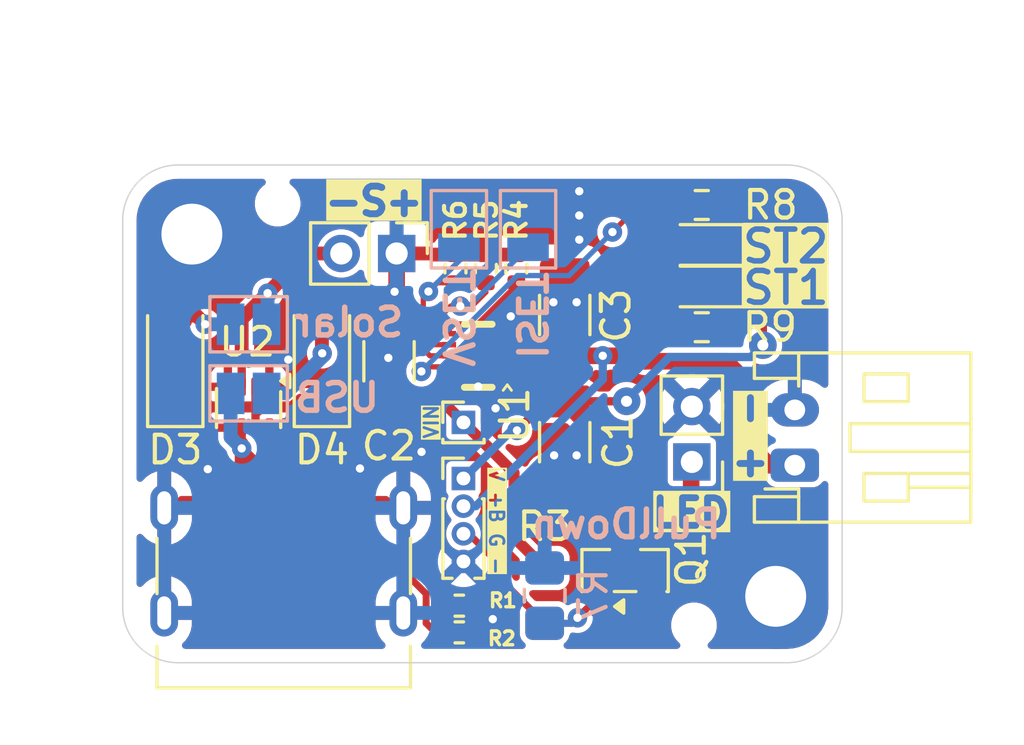
<source format=kicad_pcb>
(kicad_pcb (version 20241229) (generator "pcbnew") (generator_version "9.0")
  (layers (0 "F.Cu" signal) (2 "B.Cu" signal) (13 "F.Paste" user) (15 "B.Paste" user) (5 "F.SilkS" user "F.Silkscreen") (7 "B.SilkS" user "B.Silkscreen") (1 "F.Mask" user) (3 "B.Mask" user) (25 "Edge.Cuts" user))
  (net 0 "")
  (net 1 "GND")
  (net 2 "VBUS")
  (net 3 "+BATT")
  (net 4 "VIN")
  (net 5 "VSYS")
  (net 6 "Net-(D1-A)")
  (net 7 "/VSET")
  (net 8 "/ISET")
  (net 9 "/STAT2")
  (net 10 "Net-(D2-A)")
  (net 11 "Net-(J4-CC1)")
  (net 12 "/Solar")
  (net 13 "/STAT1")
  (net 14 "Net-(J4-CC2)")
  (net 15 "/TS{slash}MR")
  (net 16 "/Gate")
  (net 18 "/OUT+")
  (net 19 "/J_Solar")
  (net 20 "/J_VBUS")
  (footprint "Connector_PinHeader_2.00mm:PinHeader_1x02_P2.00mm_Vertical" (layer "F.Cu") (at 152.0698 73.3392 180)
    (property "Reference" "J5" (hide yes))
    (property "Value" "Conn_01x02")
    (fp_line (start 1.11 1) (end 1.11 3.11) (stroke (width 0.12)) (layer "F.SilkS"))
    (fp_line (start -1.11 3.11) (end 1.11 3.11) (stroke (width 0.12)) (layer "F.SilkS"))
    (fp_line (start -1.11 1) (end 1.11 1) (stroke (width 0.12)) (layer "F.SilkS"))
    (fp_line (start -1.11 1) (end -1.11 3.11) (stroke (width 0.12)) (layer "F.SilkS"))
    (fp_line (start -1.11 0) (end -1.11 -1.11) (stroke (width 0.12)) (layer "F.SilkS"))
    (fp_line (start -1.11 -1.11) (end 0 -1.11) (stroke (width 0.12)) (layer "F.SilkS"))
    (pad "1" thru_hole rect (at 0 0 180) (size 1.35 1.35) (drill 0.8) (layers "*.Cu" "*.Mask") (net 18 "/OUT+"))
    (pad "2" thru_hole circle (at 0 2 180) (size 1.35 1.35) (drill 0.8) (layers "*.Cu" "*.Mask") (net 1 "GND"))
  )
  (footprint "Resistor_SMD:R_0402_1005Metric" (layer "F.Cu") (at 143.6644 79.502)
    (property "Reference" "R2" (at 1.5356 0.223 0) (layer "F.SilkS") (effects (font (size 0.5 0.5))))
    (property "Value" "5K1")
    (fp_line (start -0.153641 -0.38) (end 0.153641 -0.38) (stroke (width 0.12)) (layer "F.SilkS"))
    (fp_line (start -0.153641 0.38) (end 0.153641 0.38) (stroke (width 0.12)) (layer "F.SilkS"))
    (pad "1" smd roundrect (at -0.51 0) (size 0.54 0.64) (layers "F.Cu" "F.Mask" "F.Paste") (net 11 "Net-(J4-CC1)"))
    (pad "2" smd roundrect (at 0.51 0) (size 0.54 0.64) (layers "F.Cu" "F.Mask" "F.Paste") (net 1 "GND"))
  )
  (footprint "Capacitor_SMD:C_1206_3216Metric" (layer "F.Cu") (at 147.475 68.025 90)
    (property "Reference" "C3" (at -0.025 1.85 90) (layer "F.SilkS"))
    (property "Value" "22u")
    (fp_line (start -0.711252 -0.91) (end 0.711252 -0.91) (stroke (width 0.12)) (layer "F.SilkS"))
    (fp_line (start -0.711252 0.91) (end 0.711252 0.91) (stroke (width 0.12)) (layer "F.SilkS"))
    (pad "1" smd roundrect (at -1.475 0 90) (size 1.15 1.8) (layers "F.Cu" "F.Mask" "F.Paste") (roundrect_rratio 0.217391) (net 3 "+BATT"))
    (pad "2" smd roundrect (at 1.475 0 90) (size 1.15 1.8) (layers "F.Cu" "F.Mask" "F.Paste") (roundrect_rratio 0.217391) (net 1 "GND"))
  )
  (footprint "Connector_PinHeader_1.00mm:PinHeader_1x01_P1.00mm_Vertical" (layer "F.Cu") (at 143.8148 71.91)
    (property "Reference" "J3" (hide yes))
    (property "Value" "Conn_01x01")
    (fp_line (start -0.745 -0.735) (end 0 -0.735) (stroke (width 0.12)) (layer "F.SilkS"))
    (fp_line (start -0.745 0) (end -0.745 -0.735) (stroke (width 0.12)) (layer "F.SilkS"))
    (fp_line (start -0.745 0.735) (end -0.745 0.61) (stroke (width 0.12)) (layer "F.SilkS"))
    (fp_line (start -0.745 0.735) (end -0.685565 0.735) (stroke (width 0.12)) (layer "F.SilkS"))
    (fp_line (start -0.745 0.735) (end 0.745 0.735) (stroke (width 0.12)) (layer "F.SilkS"))
    (fp_line (start 0.685565 0.735) (end 0.745 0.735) (stroke (width 0.12)) (layer "F.SilkS"))
    (fp_line (start 0.745 0.735) (end 0.745 0.61) (stroke (width 0.12)) (layer "F.SilkS"))
    (pad "1" thru_hole rect (at 0 0) (size 0.85 0.85) (drill 0.5) (layers "*.Cu" "*.Mask") (net 4 "VIN"))
  )
  (footprint "MountingHole:ToolingHole_1.152mm" (layer "F.Cu") (at 152.146 79.248)
    (property "Reference" "REF**" (hide yes))
    (property "Value" "ToolingHole_1.152mm")
    (pad "" np_thru_hole circle (at 0 0) (size 1.152 1.152) (drill 1.152) (layers "*.Cu" "*.Mask"))
    (zone (net 0) (net_name "") (layers "F.Cu" "B.Cu") (connect_pads (clearance 0)) (min_thickness 0.25)
      (keepout (tracks not_allowed) (vias allowed) (pads allowed) (copperpour not_allowed) (footprints not_allowed))
      (fill (thermal_gap 0.5) (thermal_bridge_width 0.5))
      (polygon (pts (xy 152.846 79.248) (xy 152.825659 79.080479) (xy 152.765819 78.922694) (xy 152.669958 78.783814) (xy 152.543645 78.671911) (xy 152.394223 78.593489) (xy 152.230376 78.553104) (xy 152.061624 78.553104) (xy 151.897777 78.593489) (xy 151.748355 78.671911) (xy 151.622042 78.783814) (xy 151.526181 78.922694) (xy 151.466341 79.080479) (xy 151.446 79.248) (xy 151.466341 79.415521) (xy 151.526181 79.573306) (xy 151.622042 79.712186) (xy 151.748355 79.824089) (xy 151.897777 79.902511) (xy 152.061624 79.942896) (xy 152.230376 79.942896) (xy 152.394223 79.902511) (xy 152.543645 79.824089) (xy 152.669958 79.712186) (xy 152.765819 79.573306) (xy 152.825659 79.415521)))
    )
  )
  (footprint "MountingHole:ToolingHole_1.152mm" (layer "F.Cu") (at 137.1 64)
    (property "Reference" "REF**" (hide yes))
    (property "Value" "ToolingHole_1.152mm")
    (pad "" np_thru_hole circle (at 0 0) (size 1.152 1.152) (drill 1.152) (layers "*.Cu" "*.Mask"))
    (zone (net 0) (net_name "") (layers "F.Cu" "B.Cu") (connect_pads (clearance 0)) (min_thickness 0.25)
      (keepout (tracks not_allowed) (vias allowed) (pads allowed) (copperpour not_allowed) (footprints not_allowed))
      (fill (thermal_gap 0.5) (thermal_bridge_width 0.5))
      (polygon (pts (xy 137.8 64) (xy 137.779659 63.832479) (xy 137.719819 63.674694) (xy 137.623958 63.535814) (xy 137.497645 63.423911) (xy 137.348223 63.345489) (xy 137.184376 63.305104) (xy 137.015624 63.305104) (xy 136.851777 63.345489) (xy 136.702355 63.423911) (xy 136.576042 63.535814) (xy 136.480181 63.674694) (xy 136.420341 63.832479) (xy 136.4 64) (xy 136.420341 64.167521) (xy 136.480181 64.325306) (xy 136.576042 64.464186) (xy 136.702355 64.576089) (xy 136.851777 64.654511) (xy 137.015624 64.694896) (xy 137.184376 64.694896) (xy 137.348223 64.654511) (xy 137.497645 64.576089) (xy 137.623958 64.464186) (xy 137.719819 64.325306) (xy 137.779659 64.167521)))
    )
  )
  (footprint "Resistor_SMD:R_0805_2012Metric_Pad1.20x1.40mm_HandSolder" (layer "F.Cu") (at 146.75 78.175 -90)
    (property "Reference" "R3" (at -2.5 0 0) (layer "F.SilkS"))
    (property "Value" "100k")
    (fp_line (start -0.227064 0.735) (end 0.227064 0.735) (stroke (width 0.12)) (layer "F.SilkS"))
    (fp_line (start -0.227064 -0.735) (end 0.227064 -0.735) (stroke (width 0.12)) (layer "F.SilkS"))
    (pad "1" smd roundrect (at -1 0 270) (size 1.2 1.4) (layers "F.Cu" "F.Mask" "F.Paste") (roundrect_rratio 0.208333) (net 4 "VIN"))
    (pad "2" smd roundrect (at 1 0 270) (size 1.2 1.4) (layers "F.Cu" "F.Mask" "F.Paste") (roundrect_rratio 0.208333) (net 16 "/Gate"))
  )
  (footprint "Capacitor_SMD:C_1206_3216Metric" (layer "F.Cu") (at 147.475 72.625 -90)
    (property "Reference" "C1" (at 0 -1.9278 90) (layer "F.SilkS"))
    (property "Value" "22u")
    (fp_line (start -0.711252 0.91) (end 0.711252 0.91) (stroke (width 0.12)) (layer "F.SilkS"))
    (fp_line (start -0.711252 -0.91) (end 0.711252 -0.91) (stroke (width 0.12)) (layer "F.SilkS"))
    (pad "1" smd roundrect (at -1.475 0 270) (size 1.15 1.8) (layers "F.Cu" "F.Mask" "F.Paste") (roundrect_rratio 0.217391) (net 5 "VSYS"))
    (pad "2" smd roundrect (at 1.475 0 270) (size 1.15 1.8) (layers "F.Cu" "F.Mask" "F.Paste") (roundrect_rratio 0.217391) (net 1 "GND"))
  )
  (footprint "MountingHole:MountingHole_2.2mm_M2_DIN965_Pad" (layer "F.Cu") (at 134 65.1)
    (property "Reference" "H1" (hide yes))
    (property "Value" "MountingHole_Pad")
    (pad "1" thru_hole circle (at 0 0) (size 3.8 3.8) (drill 2.2) (layers "*.Cu" "*.Mask") (net 1 "GND"))
  )
  (footprint "EasyEDA:WSON-10_L2.2-W2.0-P0.40-BL-EP_TI_DLH0010A" (layer "F.Cu") (at 144.35 69.5 90)
    (property "Reference" "U1" (at -2.1534 1.319 90) (layer "F.SilkS"))
    (property "Value" "BQ25185DLHR")
    (fp_line (start -1.14 -0.5) (end -1.14 0) (stroke (width 0.25)) (layer "F.SilkS"))
    (fp_line (start -1.14 0) (end -1.14 0.5) (stroke (width 0.25)) (layer "F.SilkS"))
    (fp_line (start 1.14 0.5) (end 1.14 -0.5) (stroke (width 0.25)) (layer "F.SilkS"))
    (fp_line (start -1.25 0.9) (end -1.05 1.05) (stroke (width 0.1)) (layer "F.SilkS"))
    (fp_line (start -1.05 1.05) (end -1.25 1.2) (stroke (width 0.1)) (layer "F.SilkS"))
    (pad "1" smd rect (at -0.8 1.05 180) (size 0.5 0.2) (layers "F.Cu" "F.Mask" "F.Paste") (net 5 "VSYS"))
    (pad "2" smd rect (at -0.4 1.05 180) (size 0.5 0.2) (layers "F.Cu" "F.Mask" "F.Paste") (net 3 "+BATT"))
    (pad "3" smd rect (at 0 1.05 180) (size 0.5 0.2) (layers "F.Cu" "F.Mask" "F.Paste") (net 9 "/STAT2"))
    (pad "4" smd rect (at 0.4 1.05 180) (size 0.5 0.2) (layers "F.Cu" "F.Mask" "F.Paste") (net 1 "GND"))
    (pad "5" smd rect (at 0.8 1.05 180) (size 0.5 0.2) (layers "F.Cu" "F.Mask" "F.Paste") (net 1 "GND"))
    (pad "6" smd rect (at 0.8 -1.05 180) (size 0.5 0.2) (layers "F.Cu" "F.Mask" "F.Paste") (net 15 "/TS{slash}MR"))
    (pad "7" smd rect (at 0.4 -1.05 180) (size 0.5 0.2) (layers "F.Cu" "F.Mask" "F.Paste") (net 7 "/VSET"))
    (pad "8" smd rect (at 0 -1.05 180) (size 0.5 0.2) (layers "F.Cu" "F.Mask" "F.Paste") (net 8 "/ISET"))
    (pad "9" smd rect (at -0.4 -1.05 180) (size 0.5 0.2) (layers "F.Cu" "F.Mask" "F.Paste") (net 13 "/STAT1"))
    (pad "10" smd rect (at -0.8 -1.05 180) (size 0.5 0.2) (layers "F.Cu" "F.Mask" "F.Paste") (net 4 "VIN"))
    (pad "11" smd rect (at 0 0 180) (size 0.9 1.5) (layers "F.Cu" "F.Mask" "F.Paste") (net 1 "GND"))
  )
  (footprint "LED_SMD:LED_0603_1608Metric" (layer "F.Cu") (at 152.447 65.4928 180)
    (property "Reference" "D2" (hide yes))
    (property "Value" "KT-0603R1")
    (fp_line (start 0.8 -0.735) (end -1.485 -0.735) (stroke (width 0.12)) (layer "F.SilkS"))
    (fp_line (start -1.485 0.735) (end 0.8 0.735) (stroke (width 0.12)) (layer "F.SilkS"))
    (fp_line (start -1.485 -0.735) (end -1.485 0.735) (stroke (width 0.12)) (layer "F.SilkS"))
    (pad "1" smd roundrect (at -0.7875 0 180) (size 0.875 0.95) (layers "F.Cu" "F.Mask" "F.Paste") (net 5 "VSYS"))
    (pad "2" smd roundrect (at 0.7875 0 180) (size 0.875 0.95) (layers "F.Cu" "F.Mask" "F.Paste") (net 10 "Net-(D2-A)"))
  )
  (footprint "Resistor_SMD:R_0402_1005Metric" (layer "F.Cu") (at 145.725 66.35 90)
    (property "Reference" "R4" (at 1.75 0 90) (layer "F.SilkS") (effects (font (size 0.75 0.75))))
    (property "Value" "10k")
    (fp_line (start -0.153641 -0.38) (end 0.153641 -0.38) (stroke (width 0.12)) (layer "F.SilkS"))
    (fp_line (start -0.153641 0.38) (end 0.153641 0.38) (stroke (width 0.12)) (layer "F.SilkS"))
    (pad "1" smd roundrect (at -0.51 0 90) (size 0.54 0.64) (layers "F.Cu" "F.Mask" "F.Paste") (net 15 "/TS{slash}MR"))
    (pad "2" smd roundrect (at 0.51 0 90) (size 0.54 0.64) (layers "F.Cu" "F.Mask" "F.Paste") (net 1 "GND"))
  )
  (footprint "Resistor_SMD:R_0402_1005Metric" (layer "F.Cu") (at 143.6644 78.5368)
    (property "Reference" "R1" (at 1.5748 -0.1868 0) (layer "F.SilkS") (effects (font (size 0.5 0.5))))
    (property "Value" "5K1")
    (fp_line (start -0.153641 -0.38) (end 0.153641 -0.38) (stroke (width 0.12)) (layer "F.SilkS"))
    (fp_line (start -0.153641 0.38) (end 0.153641 0.38) (stroke (width 0.12)) (layer "F.SilkS"))
    (pad "1" smd roundrect (at -0.51 0) (size 0.54 0.64) (layers "F.Cu" "F.Mask" "F.Paste") (net 14 "Net-(J4-CC2)"))
    (pad "2" smd roundrect (at 0.51 0) (size 0.54 0.64) (layers "F.Cu" "F.Mask" "F.Paste") (net 1 "GND"))
  )
  (footprint "Diode_SMD:D_SOD-123" (layer "F.Cu") (at 138.7 69.7 90)
    (property "Reference" "D4" (at -3.2 0 180) (layer "F.SilkS"))
    (property "Value" "B0520WS")
    (fp_line (start -2.36 -1) (end 1.65 -1) (stroke (width 0.12)) (layer "F.SilkS"))
    (fp_line (start -2.36 -1) (end -2.36 1) (stroke (width 0.12)) (layer "F.SilkS"))
    (fp_line (start -2.36 1) (end 1.65 1) (stroke (width 0.12)) (layer "F.SilkS"))
    (pad "1" smd roundrect (at -1.65 0 90) (size 0.9 1.2) (layers "F.Cu" "F.Mask" "F.Paste") (net 4 "VIN"))
    (pad "2" smd roundrect (at 1.65 0 90) (size 0.9 1.2) (layers "F.Cu" "F.Mask" "F.Paste") (net 20 "/J_VBUS"))
  )
  (footprint "Connector_PinHeader_2.00mm:PinHeader_1x02_P2.00mm_Vertical" (layer "F.Cu") (at 141.4 65.8 -90)
    (property "Reference" "J2" (hide yes))
    (property "Value" "Conn_01x02")
    (fp_line (start -1.11 3.11) (end 1.11 3.11) (stroke (width 0.12)) (layer "F.SilkS"))
    (fp_line (start -1.11 1) (end -1.11 3.11) (stroke (width 0.12)) (layer "F.SilkS"))
    (fp_line (start -1.11 1) (end 1.11 1) (stroke (width 0.12)) (layer "F.SilkS"))
    (fp_line (start 1.11 1) (end 1.11 3.11) (stroke (width 0.12)) (layer "F.SilkS"))
    (fp_line (start -1.11 0) (end -1.11 -1.11) (stroke (width 0.12)) (layer "F.SilkS"))
    (fp_line (start -1.11 -1.11) (end 0 -1.11) (stroke (width 0.12)) (layer "F.SilkS"))
    (pad "1" thru_hole rect (at 0 0 270) (size 1.35 1.35) (drill 0.8) (layers "*.Cu" "*.Mask") (net 1 "GND"))
    (pad "2" thru_hole circle (at 0 2 270) (size 1.35 1.35) (drill 0.8) (layers "*.Cu" "*.Mask") (net 12 "/Solar"))
  )
  (footprint "Package_TO_SOT_SMD:SOT-23" (layer "F.Cu") (at 149.6568 77.2668 90)
    (property "Reference" "Q1" (at 0.4064 2.3876 90) (layer "F.SilkS"))
    (property "Value" "AO3401A")
    (fp_line (start 0.76 -1.56) (end 0.76 -0.56) (stroke (width 0.12)) (layer "F.SilkS"))
    (fp_line (start -0.76 -1.56) (end 0.76 -1.56) (stroke (width 0.12)) (layer "F.SilkS"))
    (fp_line (start -0.76 -1.51) (end -0.76 -1.56) (stroke (width 0.12)) (layer "F.SilkS"))
    (fp_line (start -0.76 0.39) (end -0.76 -0.39) (stroke (width 0.12)) (layer "F.SilkS"))
    (fp_line (start 0.76 0.56) (end 0.76 1.56) (stroke (width 0.12)) (layer "F.SilkS"))
    (fp_line (start 0.76 1.56) (end -0.76 1.56) (stroke (width 0.12)) (layer "F.SilkS"))
    (fp_line (start -0.76 1.56) (end -0.76 1.51) (stroke (width 0.12)) (layer "F.SilkS"))
    (fp_poly (pts (xy -1.3 -0.38) (xy -1.06 -0.05) (xy -1.54 -0.05)) (stroke (width 0.12)) (fill yes) (layer "F.SilkS"))
    (pad "1" smd roundrect (at -0.9375 -0.95 90) (size 1.475 0.6) (layers "F.Cu" "F.Mask" "F.Paste") (net 16 "/Gate"))
    (pad "2" smd roundrect (at -0.9375 0.95 90) (size 1.475 0.6) (layers "F.Cu" "F.Mask" "F.Paste") (net 18 "/OUT+"))
    (pad "3" smd roundrect (at 0.9375 0 90) (size 1.475 0.6) (layers "F.Cu" "F.Mask" "F.Paste") (net 5 "VSYS"))
  )
  (footprint "LED_SMD:LED_0603_1608Metric" (layer "F.Cu") (at 152.447 66.9928 180)
    (property "Reference" "D1" (hide yes))
    (property "Value" "NCD0603Y2")
    (fp_line (start 0.8 -0.735) (end -1.485 -0.735) (stroke (width 0.12)) (layer "F.SilkS"))
    (fp_line (start -1.485 0.735) (end 0.8 0.735) (stroke (width 0.12)) (layer "F.SilkS"))
    (fp_line (start -1.485 -0.735) (end -1.485 0.735) (stroke (width 0.12)) (layer "F.SilkS"))
    (pad "1" smd roundrect (at -0.7875 0 180) (size 0.875 0.95) (layers "F.Cu" "F.Mask" "F.Paste") (net 5 "VSYS"))
    (pad "2" smd roundrect (at 0.7875 0 180) (size 0.875 0.95) (layers "F.Cu" "F.Mask" "F.Paste") (net 6 "Net-(D1-A)"))
  )
  (footprint "Capacitor_SMD:C_1206_3216Metric" (layer "F.Cu") (at 141.125 69.7 90)
    (property "Reference" "C2" (at -3.06 -0.005 180) (layer "F.SilkS"))
    (property "Value" "22u")
    (fp_line (start -0.711252 -0.91) (end 0.711252 -0.91) (stroke (width 0.12)) (layer "F.SilkS"))
    (fp_line (start -0.711252 0.91) (end 0.711252 0.91) (stroke (width 0.12)) (layer "F.SilkS"))
    (pad "1" smd roundrect (at -1.475 0 90) (size 1.15 1.8) (layers "F.Cu" "F.Mask" "F.Paste") (roundrect_rratio 0.217391) (net 4 "VIN"))
    (pad "2" smd roundrect (at 1.475 0 90) (size 1.15 1.8) (layers "F.Cu" "F.Mask" "F.Paste") (roundrect_rratio 0.217391) (net 1 "GND"))
  )
  (footprint "Connector_JST:JST_PH_S2B-PH-K_1x02_P2.00mm_Horizontal" (layer "F.Cu") (at 155.79 73.4568 90)
    (property "Reference" "BT1" (hide yes))
    (property "Value" "Battery_Cell")
    (fp_line (start 4.06 -1.46) (end 3.14 -1.46) (stroke (width 0.12)) (layer "F.SilkS"))
    (fp_line (start 3.14 -1.46) (end 3.14 0.14) (stroke (width 0.12)) (layer "F.SilkS"))
    (fp_line (start -1.14 -1.46) (end -2.06 -1.46) (stroke (width 0.12)) (layer "F.SilkS"))
    (fp_line (start -2.06 -1.46) (end -2.06 6.36) (stroke (width 0.12)) (layer "F.SilkS"))
    (fp_line (start 4.06 0.14) (end 3.14 0.14) (stroke (width 0.12)) (layer "F.SilkS"))
    (fp_line (start 3.14 0.14) (end 2.86 0.14) (stroke (width 0.12)) (layer "F.SilkS"))
    (fp_line (start -0.86 0.14) (end -0.86 -1.075) (stroke (width 0.12)) (layer "F.SilkS"))
    (fp_line (start -0.86 0.14) (end -1.14 0.14) (stroke (width 0.12)) (layer "F.SilkS"))
    (fp_line (start -1.14 0.14) (end -1.14 -1.46) (stroke (width 0.12)) (layer "F.SilkS"))
    (fp_line (start -2.06 0.14) (end -1.14 0.14) (stroke (width 0.12)) (layer "F.SilkS"))
    (fp_line (start 1.5 2) (end 1.5 6.36) (stroke (width 0.12)) (layer "F.SilkS"))
    (fp_line (start 0.5 2) (end 1.5 2) (stroke (width 0.12)) (layer "F.SilkS"))
    (fp_line (start 3.3 2.5) (end 3.3 4.1) (stroke (width 0.12)) (layer "F.SilkS"))
    (fp_line (start 2.3 2.5) (end 3.3 2.5) (stroke (width 0.12)) (layer "F.SilkS"))
    (fp_line (start -0.3 2.5) (end -1.3 2.5) (stroke (width 0.12)) (layer "F.SilkS"))
    (fp_line (start -1.3 2.5) (end -1.3 4.1) (stroke (width 0.12)) (layer "F.SilkS"))
    (fp_line (start 3.3 4.1) (end 2.3 4.1) (stroke (width 0.12)) (layer "F.SilkS"))
    (fp_line (start 2.3 4.1) (end 2.3 2.5) (stroke (width 0.12)) (layer "F.SilkS"))
    (fp_line (start -0.3 4.1) (end -0.3 2.5) (stroke (width 0.12)) (layer "F.SilkS"))
    (fp_line (start -0.3 4.1) (end -0.3 6.36) (stroke (width 0.12)) (layer "F.SilkS"))
    (fp_line (start -0.8 4.1) (end -0.8 6.36) (stroke (width 0.12)) (layer "F.SilkS"))
    (fp_line (start -1.3 4.1) (end -0.3 4.1) (stroke (width 0.12)) (layer "F.SilkS"))
    (fp_line (start 4.06 6.36) (end 4.06 -1.46) (stroke (width 0.12)) (layer "F.SilkS"))
    (fp_line (start 0.5 6.36) (end 0.5 2) (stroke (width 0.12)) (layer "F.SilkS"))
    (fp_line (start -2.06 6.36) (end 4.06 6.36) (stroke (width 0.12)) (layer "F.SilkS"))
    (pad "1" thru_hole roundrect (at 0 0 90) (size 1.2 1.75) (drill 0.75) (layers "*.Cu" "*.Mask") (roundrect_rratio 0.208333) (net 3 "+BATT"))
    (pad "2" thru_hole oval (at 2 0 90) (size 1.2 1.75) (drill 0.75) (layers "*.Cu" "*.Mask") (net 1 "GND"))
  )
  (footprint "Diode_SMD:D_SOD-123" (layer "F.Cu") (at 133.4 69.7 90)
    (property "Reference" "D3" (at -3.2 0 180) (layer "F.SilkS"))
    (property "Value" "B0520WS")
    (fp_line (start -2.36 -1) (end 1.65 -1) (stroke (width 0.12)) (layer "F.SilkS"))
    (fp_line (start -2.36 -1) (end -2.36 1) (stroke (width 0.12)) (layer "F.SilkS"))
    (fp_line (start -2.36 1) (end 1.65 1) (stroke (width 0.12)) (layer "F.SilkS"))
    (pad "1" smd roundrect (at -1.65 0 90) (size 0.9 1.2) (layers "F.Cu" "F.Mask" "F.Paste") (net 4 "VIN"))
    (pad "2" smd roundrect (at 1.65 0 90) (size 0.9 1.2) (layers "F.Cu" "F.Mask" "F.Paste") (net 19 "/J_Solar"))
  )
  (footprint "Connector_USB:USB_C_Receptacle_HRO_TYPE-C-31-M-17" (layer "F.Cu") (at 137.32 78)
    (property "Reference" "J4" (hide yes))
    (property "Value" "UKDBBTAAA")
    (fp_line (start -4.58 -1.9) (end -4.58 0.1) (stroke (width 0.12)) (layer "F.SilkS"))
    (fp_line (start -4.58 2) (end -4.58 3.51) (stroke (width 0.12)) (layer "F.SilkS"))
    (fp_line (start -4.58 3.51) (end 4.58 3.51) (stroke (width 0.12)) (layer "F.SilkS"))
    (fp_line (start 4.58 -1.9) (end 4.58 0.1) (stroke (width 0.12)) (layer "F.SilkS"))
    (fp_line (start 4.58 2) (end 4.58 3.51) (stroke (width 0.12)) (layer "F.SilkS"))
    (pad "A5" smd roundrect (at -0.5 -3.18) (size 0.7 1.6) (layers "F.Cu" "F.Mask" "F.Paste") (net 11 "Net-(J4-CC1)"))
    (pad "A9" smd roundrect (at 1.52 -3.18) (size 0.8 1.6) (layers "F.Cu" "F.Mask" "F.Paste") (net 2 "VBUS"))
    (pad "A12" smd roundrect (at 2.75 -3.18) (size 0.9 1.6) (layers "F.Cu" "F.Mask" "F.Paste") (net 1 "GND"))
    (pad "B5" smd roundrect (at 0.5 -3.18) (size 0.7 1.6) (layers "F.Cu" "F.Mask" "F.Paste") (net 14 "Net-(J4-CC2)"))
    (pad "B9" smd roundrect (at -1.52 -3.18) (size 0.8 1.6) (layers "F.Cu" "F.Mask" "F.Paste") (net 2 "VBUS"))
    (pad "B12" smd roundrect (at -2.75 -3.18) (size 0.9 1.6) (layers "F.Cu" "F.Mask" "F.Paste") (net 1 "GND"))
    (pad "S1" thru_hole oval (at -4.32 -3) (size 1 1.7) (drill oval 0.5 1.2) (property pad_prop_heatsink) (layers "*.Cu" "*.Mask") (net 1 "GND"))
    (pad "S1" thru_hole oval (at -4.32 0.8) (size 1 1.7) (drill oval 0.5 1.2) (property pad_prop_heatsink) (layers "*.Cu" "*.Mask") (net 1 "GND"))
    (pad "S1" thru_hole oval (at 4.32 -3) (size 1 1.7) (drill oval 0.5 1.2) (property pad_prop_heatsink) (layers "*.Cu" "*.Mask") (net 1 "GND"))
    (pad "S1" thru_hole oval (at 4.32 0.8) (size 1 1.7) (drill oval 0.5 1.2) (property pad_prop_heatsink) (layers "*.Cu" "*.Mask") (net 1 "GND"))
  )
  (footprint "EasyEDA:SOT-8 TI" (layer "F.Cu") (at 136.05 71.36 -90)
    (property "Reference" "U2" (at -2.36 0.05 180) (layer "F.SilkS"))
    (property "Value" "LM66200DRLR")
    (fp_line (start -0.675 1.16) (end 0.735 1.16) (stroke (width 0.12)) (layer "F.SilkS"))
    (fp_line (start -0.56 -1.16) (end 0.735 -1.16) (stroke (width 0.12)) (layer "F.SilkS"))
    (fp_poly (pts (xy -0.95 -1.16) (xy -0.71 -1.49) (xy -1.19 -1.49) (xy -0.95 -1.16)) (stroke (width 0.12)) (fill yes) (layer "F.SilkS"))
    (pad "1" smd roundrect (at -0.74 -0.75 180) (size 0.3 0.67) (layers "F.Cu" "F.Mask" "F.Paste") (net 1 "GND"))
    (pad "2" smd roundrect (at -0.74 -0.25 180) (size 0.3 0.67) (layers "F.Cu" "F.Mask" "F.Paste") (net 4 "VIN"))
    (pad "3" smd roundrect (at -0.74 0.25 180) (size 0.3 0.67) (layers "F.Cu" "F.Mask" "F.Paste") (net 12 "/Solar"))
    (pad "4" smd roundrect (at -0.74 0.75 180) (size 0.3 0.67) (layers "F.Cu" "F.Mask" "F.Paste") (net 1 "GND"))
    (pad "5" smd roundrect (at 0.74 0.75 180) (size 0.3 0.67) (layers "F.Cu" "F.Mask" "F.Paste") (net 1 "GND"))
    (pad "6" smd roundrect (at 0.74 0.25 180) (size 0.3 0.67) (layers "F.Cu" "F.Mask" "F.Paste") (net 2 "VBUS"))
    (pad "7" smd roundrect (at 0.74 -0.25 180) (size 0.3 0.67) (layers "F.Cu" "F.Mask" "F.Paste") (net 4 "VIN"))
    (pad "8" smd roundrect (at 0.74 -0.75 180) (size 0.3 0.67) (layers "F.Cu" "F.Mask" "F.Paste"))
  )
  (footprint "Resistor_SMD:R_0402_1005Metric" (layer "F.Cu") (at 143.525 66.35 90)
    (property "Reference" "R6" (at 1.75 0 90) (layer "F.SilkS") (effects (font (size 0.75 0.75))))
    (property "Value" "1k")
    (fp_line (start -0.153641 -0.38) (end 0.153641 -0.38) (stroke (width 0.12)) (layer "F.SilkS"))
    (fp_line (start -0.153641 0.38) (end 0.153641 0.38) (stroke (width 0.12)) (layer "F.SilkS"))
    (pad "1" smd roundrect (at -0.51 0 90) (size 0.54 0.64) (layers "F.Cu" "F.Mask" "F.Paste") (net 8 "/ISET"))
    (pad "2" smd roundrect (at 0.51 0 90) (size 0.54 0.64) (layers "F.Cu" "F.Mask" "F.Paste") (net 1 "GND"))
  )
  (footprint "Resistor_SMD:R_0402_1005Metric" (layer "F.Cu") (at 144.625 66.35 90)
    (property "Reference" "R5" (at 1.75 0.025 90) (layer "F.SilkS") (effects (font (size 0.75 0.75))))
    (property "Value" "18k")
    (fp_line (start -0.153641 -0.38) (end 0.153641 -0.38) (stroke (width 0.12)) (layer "F.SilkS"))
    (fp_line (start -0.153641 0.38) (end 0.153641 0.38) (stroke (width 0.12)) (layer "F.SilkS"))
    (pad "1" smd roundrect (at -0.51 0 90) (size 0.54 0.64) (layers "F.Cu" "F.Mask" "F.Paste") (net 7 "/VSET"))
    (pad "2" smd roundrect (at 0.51 0 90) (size 0.54 0.64) (layers "F.Cu" "F.Mask" "F.Paste") (net 1 "GND"))
  )
  (footprint "MountingHole:MountingHole_2.2mm_M2_DIN965_Pad" (layer "F.Cu") (at 155.1 78.2)
    (property "Reference" "H2" (hide yes))
    (property "Value" "MountingHole_Pad")
    (pad "1" thru_hole circle (at 0 0) (size 3.8 3.8) (drill 2.2) (layers "*.Cu" "*.Mask") (net 1 "GND"))
  )
  (footprint "Connector_PinHeader_1.00mm:PinHeader_1x04_P1.00mm_Vertical" (layer "F.Cu") (at 143.8148 73.938)
    (property "Reference" "J1" (hide yes))
    (property "Value" "Conn_01x04")
    (fp_line (start -0.745 -0.735) (end 0 -0.735) (stroke (width 0.12)) (layer "F.SilkS"))
    (fp_line (start -0.745 0) (end -0.745 -0.735) (stroke (width 0.12)) (layer "F.SilkS"))
    (fp_line (start -0.745 0.735) (end -0.745 3.61) (stroke (width 0.12)) (layer "F.SilkS"))
    (fp_line (start -0.745 0.735) (end -0.685565 0.735) (stroke (width 0.12)) (layer "F.SilkS"))
    (fp_line (start -0.745 3.61) (end -0.41003 3.61) (stroke (width 0.12)) (layer "F.SilkS"))
    (fp_line (start 0.41003 3.61) (end 0.745 3.61) (stroke (width 0.12)) (layer "F.SilkS"))
    (fp_line (start 0.685565 0.735) (end 0.745 0.735) (stroke (width 0.12)) (layer "F.SilkS"))
    (fp_line (start 0.745 0.735) (end 0.745 3.61) (stroke (width 0.12)) (layer "F.SilkS"))
    (pad "1" thru_hole rect (at 0 0) (size 0.85 0.85) (drill 0.5) (layers "*.Cu" "*.Mask") (net 5 "VSYS"))
    (pad "2" thru_hole circle (at 0 1) (size 0.85 0.85) (drill 0.5) (layers "*.Cu" "*.Mask") (net 3 "+BATT"))
    (pad "3" thru_hole circle (at 0 2) (size 0.85 0.85) (drill 0.5) (layers "*.Cu" "*.Mask") (net 16 "/Gate"))
    (pad "4" thru_hole circle (at 0 3) (size 0.85 0.85) (drill 0.5) (layers "*.Cu" "*.Mask") (net 1 "GND"))
  )
  (footprint "Resistor_SMD:R_0603_1608Metric" (layer "F.Cu") (at 152.427 68.4672 180)
    (property "Reference" "R9" (at -2.4622 0 0) (layer "F.SilkS"))
    (property "Value" "1k")
    (fp_line (start -0.237258 0.5225) (end 0.237258 0.5225) (stroke (width 0.12)) (layer "F.SilkS"))
    (fp_line (start -0.237258 -0.5225) (end 0.237258 -0.5225) (stroke (width 0.12)) (layer "F.SilkS"))
    (pad "1" smd roundrect (at -0.825 0 180) (size 0.8 0.95) (layers "F.Cu" "F.Mask" "F.Paste") (net 6 "Net-(D1-A)"))
    (pad "2" smd roundrect (at 0.825 0 180) (size 0.8 0.95) (layers "F.Cu" "F.Mask" "F.Paste") (net 9 "/STAT2"))
  )
  (footprint "Resistor_SMD:R_0603_1608Metric" (layer "F.Cu") (at 152.427 64.0476 180)
    (property "Reference" "R8" (at -2.4892 0 0) (layer "F.SilkS"))
    (property "Value" "1k")
    (fp_line (start -0.237258 0.5225) (end 0.237258 0.5225) (stroke (width 0.12)) (layer "F.SilkS"))
    (fp_line (start -0.237258 -0.5225) (end 0.237258 -0.5225) (stroke (width 0.12)) (layer "F.SilkS"))
    (pad "1" smd roundrect (at -0.825 0 180) (size 0.8 0.95) (layers "F.Cu" "F.Mask" "F.Paste") (net 10 "Net-(D2-A)"))
    (pad "2" smd roundrect (at 0.825 0 180) (size 0.8 0.95) (layers "F.Cu" "F.Mask" "F.Paste") (net 13 "/STAT1"))
  )
  (footprint "Jumper:SolderJumper-2_P1.3mm_Open_Pad1.0x1.5mm" (layer "B.Cu") (at 146.15 64.925 -90)
    (property "Reference" "JP1" (hide yes))
    (property "Value" "SolderJumper_2_Open")
    (fp_line (start -1.4 1) (end 1.4 1) (stroke (width 0.12)) (layer "B.SilkS"))
    (fp_line (start 1.4 1) (end 1.4 -1) (stroke (width 0.12)) (layer "B.SilkS"))
    (fp_line (start -1.4 -1) (end -1.4 1) (stroke (width 0.12)) (layer "B.SilkS"))
    (fp_line (start 1.4 -1) (end -1.4 -1) (stroke (width 0.12)) (layer "B.SilkS"))
    (pad "1" smd rect (at -0.65 0 270) (size 1 1.5) (layers "B.Cu" "B.Mask") (net 1 "GND"))
    (pad "2" smd rect (at 0.65 0 270) (size 1 1.5) (layers "B.Cu" "B.Mask") (net 7 "/VSET"))
  )
  (footprint "Jumper:SolderJumper-2_P1.3mm_Open_Pad1.0x1.5mm" (layer "B.Cu") (at 143.65 64.925 -90)
    (property "Reference" "JP2" (hide yes))
    (property "Value" "SolderJumper_2_Open")
    (fp_line (start -1.4 1) (end 1.4 1) (stroke (width 0.12)) (layer "B.SilkS"))
    (fp_line (start 1.4 1) (end 1.4 -1) (stroke (width 0.12)) (layer "B.SilkS"))
    (fp_line (start -1.4 -1) (end -1.4 1) (stroke (width 0.12)) (layer "B.SilkS"))
    (fp_line (start 1.4 -1) (end -1.4 -1) (stroke (width 0.12)) (layer "B.SilkS"))
    (pad "1" smd rect (at -0.65 0 270) (size 1 1.5) (layers "B.Cu" "B.Mask") (net 1 "GND"))
    (pad "2" smd rect (at 0.65 0 270) (size 1 1.5) (layers "B.Cu" "B.Mask") (net 8 "/ISET"))
  )
  (footprint "Jumper:SolderJumper-2_P1.3mm_Open_Pad1.0x1.5mm" (layer "B.Cu") (at 136.05 68.36)
    (property "Reference" "JP4" (hide yes))
    (property "Value" "SolderJumper_2_Open")
    (fp_line (start -1.4 -1) (end -1.4 1) (stroke (width 0.12)) (layer "B.SilkS"))
    (fp_line (start -1.4 1) (end 1.4 1) (stroke (width 0.12)) (layer "B.SilkS"))
    (fp_line (start 1.4 -1) (end -1.4 -1) (stroke (width 0.12)) (layer "B.SilkS"))
    (fp_line (start 1.4 1) (end 1.4 -1) (stroke (width 0.12)) (layer "B.SilkS"))
    (pad "1" smd rect (at -0.65 0) (size 1 1.5) (layers "B.Cu" "B.Mask") (net 19 "/J_Solar"))
    (pad "2" smd rect (at 0.65 0) (size 1 1.5) (layers "B.Cu" "B.Mask") (net 12 "/Solar"))
  )
  (footprint "Resistor_SMD:R_0805_2012Metric_Pad1.20x1.40mm_HandSolder" (layer "B.Cu") (at 146.75 78.175 90)
    (property "Reference" "R7" (at 0 1.75 90) (layer "B.SilkS") (effects (justify mirror)))
    (property "Value" "0")
    (fp_line (start -0.227064 -0.735) (end 0.227064 -0.735) (stroke (width 0.12)) (layer "B.SilkS"))
    (fp_line (start -0.227064 0.735) (end 0.227064 0.735) (stroke (width 0.12)) (layer "B.SilkS"))
    (pad "1" smd roundrect (at -1 0 90) (size 1.2 1.4) (layers "B.Cu" "B.Mask" "B.Paste") (roundrect_rratio 0.208333) (net 16 "/Gate"))
    (pad "2" smd roundrect (at 1 0 90) (size 1.2 1.4) (layers "B.Cu" "B.Mask" "B.Paste") (roundrect_rratio 0.208333) (net 1 "GND"))
  )
  (footprint "Jumper:SolderJumper-2_P1.3mm_Open_Pad1.0x1.5mm" (layer "B.Cu") (at 136.05 70.86 180)
    (property "Reference" "JP3" (hide yes))
    (property "Value" "SolderJumper_2_Open")
    (fp_line (start 1.4 1) (end 1.4 -1) (stroke (width 0.12)) (layer "B.SilkS"))
    (fp_line (start 1.4 -1) (end -1.4 -1) (stroke (width 0.12)) (layer "B.SilkS"))
    (fp_line (start -1.4 1) (end 1.4 1) (stroke (width 0.12)) (layer "B.SilkS"))
    (fp_line (start -1.4 -1) (end -1.4 1) (stroke (width 0.12)) (layer "B.SilkS"))
    (pad "1" smd rect (at -0.65 0 180) (size 1 1.5) (layers "B.Cu" "B.Mask") (net 20 "/J_VBUS"))
    (pad "2" smd rect (at 0.65 0 180) (size 1 1.5) (layers "B.Cu" "B.Mask") (net 2 "VBUS"))
  )
  (gr_line (start 133.5 62.6) (end 155.5 62.6) (stroke (width 0.05)) (layer "Edge.Cuts"))
  (gr_arc (start 157.5 78.6) (mid 156.914214 80.014214) (end 155.5 80.6) (stroke (width 0.05)) (layer "Edge.Cuts"))
  (gr_line (start 155.5 80.6) (end 133.5 80.6) (stroke (width 0.05)) (layer "Edge.Cuts"))
  (gr_line (start 157.5 64.6) (end 157.5 78.6) (stroke (width 0.05)) (layer "Edge.Cuts"))
  (gr_arc (start 155.5 62.6) (mid 156.914214 63.185786) (end 157.5 64.6) (stroke (width 0.05)) (layer "Edge.Cuts"))
  (gr_arc (start 133.5 80.6) (mid 132.085786 80.014214) (end 131.5 78.6) (stroke (width 0.05)) (layer "Edge.Cuts"))
  (gr_line (start 131.5 78.6) (end 131.5 64.6) (stroke (width 0.05)) (layer "Edge.Cuts"))
  (gr_arc (start 131.5 64.6) (mid 132.085786 63.185786) (end 133.5 62.6) (stroke (width 0.05)) (layer "Edge.Cuts"))
  (gr_text "- +\n" (at 153.67 70.612 270) (layer "F.SilkS" knockout) (effects (font (size 1 1) (thickness 0.25) (bold yes)) (justify left bottom)))
  (gr_text "VIN" (at 142.9512 72.5424 90) (layer "F.SilkS" knockout) (effects (font (size 0.5 0.5) (thickness 0.1) (bold yes)) (justify left bottom)))
  (gr_text "-S+\n" (at 138.7 64.5 0) (layer "F.SilkS" knockout) (effects (font (size 1 1) (thickness 0.25) (bold yes)) (justify left bottom)))
  (gr_text "ST1\n" (at 153.802 67.7128 0) (layer "F.SilkS" knockout) (effects (font (size 1.15 1.15) (thickness 0.2) (bold yes)) (justify left bottom)))
  (gr_text "LED" (at 150.5204 75.7682 0) (layer "F.SilkS" knockout) (effects (font (size 1 1) (thickness 0.25) (bold yes)) (justify left bottom)))
  (gr_text "ST2\n" (at 153.797 66.2178 0) (layer "F.SilkS" knockout) (effects (font (size 1.15 1.15) (thickness 0.2) (bold yes)) (justify left bottom)))
  (gr_text "V +B G -" (at 144.7148 73.538 270) (layer "F.SilkS" knockout) (effects (font (size 0.5 0.5) (thickness 0.1) (bold yes)) (justify left bottom)))
  (gr_text "PullDown\n" (at 153.225 76.175 0) (layer "B.SilkS") (effects (font (size 1 1) (thickness 0.2) (bold yes)) (justify left bottom mirror)))
  (gr_text "ISET\n" (at 145.675 69.725 270) (layer "B.SilkS") (effects (font (size 1 1) (thickness 0.2) (bold yes)) (justify left bottom mirror)))
  (gr_text "Solar\n" (at 141.75 68.875 0) (layer "B.SilkS") (effects (font (size 1 1) (thickness 0.2) (bold yes)) (justify left bottom mirror)))
  (gr_text "VSET\n" (at 143.025 70 270) (layer "B.SilkS") (effects (font (size 1 1) (thickness 0.2) (bold yes)) (justify left bottom mirror)))
  (gr_text "USB\n" (at 140.875 71.6 0) (layer "B.SilkS") (effects (font (size 1 1) (thickness 0.2) (bold yes)) (justify left bottom mirror)))
  (segment (start 144.35 69.5) (end 144.95 68.9) (width 0.5) (layer "F.Cu") (net 1))
  (segment (start 141.125 67.3836) (end 141.3256 67.183) (width 0.6) (layer "F.Cu") (net 1))
  (segment (start 145.4 68.9) (end 145.4 68.2) (width 0.5) (layer "F.Cu") (net 1))
  (segment (start 141.125 68.225) (end 141.125 67.3836) (width 0.6) (layer "F.Cu") (net 1))
  (segment (start 144.95 68.9) (end 145.4 68.9) (width 0.5) (layer "F.Cu") (net 1))
  (segment (start 145.4 68.2) (end 145.525 68.075) (width 0.5) (layer "F.Cu") (net 1))
  (segment (start 141.4 65.8) (end 141.4 67.1086) (width 0.6) (layer "F.Cu") (net 1))
  (segment (start 141.4 67.1086) (end 141.3256 67.183) (width 0.6) (layer "F.Cu") (net 1))
  (via (at 148 65.3) (size 0.7) (drill 0.3) (layers "F.Cu" "B.Cu") (net 1))
  (via (at 134.575 73.6) (size 0.7) (drill 0.3) (layers "F.Cu" "B.Cu") (net 1))
  (via (at 147.9042 67.564) (size 0.7) (drill 0.3) (layers "F.Cu" "B.Cu") (net 1))
  (via (at 145.525 68.075) (size 0.7) (drill 0.3) (layers "F.Cu" "B.Cu") (net 1))
  (via (at 144.975 71.4) (size 0.7) (drill 0.3) (layers "F.Cu" "B.Cu") (net 1))
  (via (at 147.0914 73.1012) (size 0.7) (drill 0.3) (layers "F.Cu" "B.Cu") (net 1))
  (via (at 141.3256 67.183) (size 0.7) (drill 0.3) (layers "F.Cu" "B.Cu") (net 1))
  (via (at 141.1 69.575) (size 0.7) (drill 0.3) (layers "F.Cu" "B.Cu") (net 1))
  (via (at 148 63.55) (size 0.7) (drill 0.3) (layers "F.Cu" "B.Cu") (net 1))
  (via (at 144.875 79.025) (size 0.7) (drill 0.3) (layers "F.Cu" "B.Cu") (net 1))
  (via (at 140.075 73.575) (size 0.7) (drill 0.3) (layers "F.Cu" "B.Cu") (net 1))
  (via (at 148 64.425) (size 0.7) (drill 0.3) (layers "F.Cu" "B.Cu") (net 1))
  (via (at 142.3 72.975) (size 0.7) (drill 0.3) (layers "F.Cu" "B.Cu") (net 1))
  (via (at 137.485328 69.639799) (size 0.7) (drill 0.3) (layers "F.Cu" "B.Cu") (net 1))
  (via (at 147.9042 73.1012) (size 0.7) (drill 0.3) (layers "F.Cu" "B.Cu") (net 1))
  (via (at 144.3482 70.612) (size 0.7) (drill 0.3) (layers "F.Cu" "B.Cu") (net 1))
  (via (at 147.066 67.564) (size 0.7) (drill 0.3) (layers "F.Cu" "B.Cu") (net 1))
  (segment (start 136.3 73.45) (end 135.8 72.95) (width 0.5) (layer "F.Cu") (net 2))
  (segment (start 135.8 74.82) (end 135.8 72.95) (width 0.5) (layer "F.Cu") (net 2))
  (segment (start 138.84 74.82) (end 138.84 73.84) (width 0.5) (layer "F.Cu") (net 2))
  (segment (start 138.84 73.84) (end 138.45 73.45) (width 0.5) (layer "F.Cu") (net 2))
  (segment (start 135.8 72.1) (end 135.8 72.680956) (width 0.3) (layer "F.Cu") (net 2))
  (segment (start 138.45 73.45) (end 136.3 73.45) (width 0.5) (layer "F.Cu") (net 2))
  (segment (start 135.8 72.95) (end 135.8 72.85) (width 0.5) (layer "F.Cu") (net 2))
  (segment (start 135.8 72.85) (end 135.8 72.680956) (width 0.5) (layer "F.Cu") (net 2))
  (via (at 135.8 72.85) (size 0.7) (drill 0.3) (layers "F.Cu" "B.Cu") (net 2))
  (segment (start 135.8 72.85) (end 135.4 72.45) (width 0.5) (layer "B.Cu") (net 2))
  (segment (start 135.4 72.45) (end 135.4 70.86) (width 0.5) (layer "B.Cu") (net 2))
  (segment (start 155.79 73.4568) (end 154.8638 73.4568) (width 0.6) (layer "F.Cu") (net 3))
  (segment (start 148.85 69.5) (end 147.475 69.5) (width 0.6) (layer "F.Cu") (net 3))
  (segment (start 154.1526 72.7456) (end 154.1526 70.5612) (width 0.6) (layer "F.Cu") (net 3))
  (segment (start 154.1526 70.5612) (end 153.289 69.6976) (width 0.6) (layer "F.Cu") (net 3))
  (segment (start 153.289 69.6976) (end 150.368 69.6976) (width 0.6) (layer "F.Cu") (net 3))
  (segment (start 150.1704 69.5) (end 148.85 69.5) (width 0.6) (layer "F.Cu") (net 3))
  (segment (start 150.368 69.6976) (end 150.1704 69.5) (width 0.6) (layer "F.Cu") (net 3))
  (segment (start 154.8638 73.4568) (end 154.1526 72.7456) (width 0.6) (layer "F.Cu") (net 3))
  (via (at 148.85 69.5) (size 0.7) (drill 0.3) (layers "F.Cu" "B.Cu") (net 3))
  (segment (start 144.263236 74.938) (end 148.85 70.351236) (width 0.3) (layer "B.Cu") (net 3))
  (segment (start 148.85 70.351236) (end 148.85 69.5) (width 0.3) (layer "B.Cu") (net 3))
  (segment (start 143.8148 74.938) (end 144.263236 74.938) (width 0.3) (layer "B.Cu") (net 3))
  (segment (start 145.6436 76.0686) (end 146.75 77.175) (width 0.4) (layer "F.Cu") (net 4))
  (segment (start 145.6436 73.7388) (end 145.6436 76.0686) (width 0.4) (layer "F.Cu") (net 4))
  (segment (start 143.0798 71.175) (end 143.8148 71.91) (width 0.4) (layer "F.Cu") (net 4))
  (segment (start 141.125 71.175) (end 143.0798 71.175) (width 0.4) (layer "F.Cu") (net 4))
  (segment (start 143.8148 71.91) (end 145.6436 73.7388) (width 0.4) (layer "F.Cu") (net 4))
  (segment (start 147.4796 71.1454) (end 147.475 71.15) (width 0.3) (layer "F.Cu") (net 5))
  (segment (start 147.475 71.15) (end 149.6568 73.3318) (width 0.6) (layer "F.Cu") (net 5))
  (segment (start 154.6352 67.6148) (end 154.0132 66.9928) (width 0.3) (layer "F.Cu") (net 5))
  (segment (start 147.475 71.15) (end 146.8 71.15) (width 0.3) (layer "F.Cu") (net 5))
  (segment (start 149.7076 71.1454) (end 147.4796 71.1454) (width 0.3) (layer "F.Cu") (net 5))
  (segment (start 154.0132 66.9928) (end 153.2345 66.9928) (width 0.3) (layer "F.Cu") (net 5))
  (segment (start 149.6568 73.3318) (end 149.6568 76.3293) (width 0.6) (layer "F.Cu") (net 5))
  (segment (start 154.6352 69.1134) (end 154.6352 67.6148) (width 0.3) (layer "F.Cu") (net 5))
  (segment (start 153.2345 65.4928) (end 153.2345 66.9928) (width 0.3) (layer "F.Cu") (net 5))
  (segment (start 146.8 71.15) (end 145.75 72.2) (width 0.3) (layer "F.Cu") (net 5))
  (via (at 154.6352 69.1134) (size 1) (drill 0.4) (layers "F.Cu" "B.Cu") (net 5))
  (via (at 145.75 72.2) (size 0.7) (drill 0.3) (layers "F.Cu" "B.Cu") (net 5))
  (via (at 149.7076 71.1454) (size 1) (drill 0.4) (layers "F.Cu" "B.Cu") (net 5))
  (segment (start 154.2034 69.5452) (end 151.257 69.5452) (width 0.3) (layer "B.Cu") (net 5))
  (segment (start 145.5528 72.2) (end 143.8148 73.938) (width 0.3) (layer "B.Cu") (net 5))
  (segment (start 149.7076 71.0946) (end 149.7076 71.1454) (width 0.3) (layer "B.Cu") (net 5))
  (segment (start 154.6352 69.1134) (end 154.2034 69.5452) (width 0.3) (layer "B.Cu") (net 5))
  (segment (start 151.257 69.5452) (end 149.7076 71.0946) (width 0.3) (layer "B.Cu") (net 5))
  (segment (start 145.75 72.2) (end 145.5528 72.2) (width 0.3) (layer "B.Cu") (net 5))
  (segment (start 151.7776 66.9928) (end 153.252 68.4672) (width 0.19) (layer "F.Cu") (net 6))
  (segment (start 151.6595 66.9928) (end 151.7776 66.9928) (width 0.19) (layer "F.Cu") (net 6))
  (segment (start 142.754 68.304) (end 142.754 69.096) (width 0.19) (layer "F.Cu") (net 7))
  (segment (start 144.625 67.2) (end 144.625 66.86) (width 0.19) (layer "F.Cu") (net 7))
  (segment (start 143.7 67.705) (end 144.12 67.705) (width 0.19) (layer "F.Cu") (net 7))
  (segment (start 143.7 67.705) (end 143.353 67.705) (width 0.19) (layer "F.Cu") (net 7))
  (segment (start 142.754 69.096) (end 142.758 69.1) (width 0.19) (layer "F.Cu") (net 7))
  (segment (start 142.758 69.1) (end 143.3 69.1) (width 0.19) (layer "F.Cu") (net 7))
  (segment (start 143.353 67.705) (end 142.754 68.304) (width 0.19) (layer "F.Cu") (net 7))
  (segment (start 144.12 67.705) (end 144.625 67.2) (width 0.19) (layer "F.Cu") (net 7))
  (via (at 143.7 67.705) (size 0.7) (drill 0.3) (layers "F.Cu" "B.Cu") (net 7))
  (segment (start 144.02 67.705) (end 146.15 65.575) (width 0.19) (layer "B.Cu") (net 7))
  (segment (start 143.7 67.705) (end 144.02 67.705) (width 0.19) (layer "B.Cu") (net 7))
  (segment (start 142.55 67.175) (end 142.865 66.86) (width 0.19) (layer "F.Cu") (net 8))
  (segment (start 142.363 69.257958) (end 142.363 67.362) (width 0.19) (layer "F.Cu") (net 8))
  (segment (start 142.363 67.362) (end 142.55 67.175) (width 0.19) (layer "F.Cu") (net 8))
  (segment (start 142.865 66.86) (end 143.525 66.86) (width 0.19) (layer "F.Cu") (net 8))
  (segment (start 143.3 69.5) (end 142.605042 69.5) (width 0.19) (layer "F.Cu") (net 8))
  (segment (start 142.605042 69.5) (end 142.363 69.257958) (width 0.19) (layer "F.Cu") (net 8))
  (via (at 142.55 67.175) (size 0.7) (drill 0.3) (layers "F.Cu" "B.Cu") (net 8))
  (segment (start 143.65 66.075) (end 143.65 65.575) (width 0.19) (layer "B.Cu") (net 8))
  (segment (start 142.55 67.175) (end 143.65 66.075) (width 0.19) (layer "B.Cu") (net 8))
  (segment (start 145.942 69.5) (end 146.1262 69.3158) (width 0.19) (layer "F.Cu") (net 9))
  (segment (start 145.4 69.5) (end 145.942 69.5) (width 0.19) (layer "F.Cu") (net 9))
  (segment (start 146.5438 68.4672) (end 151.602 68.4672) (width 0.19) (layer "F.Cu") (net 9))
  (segment (start 146.1262 68.8848) (end 146.5438 68.4672) (width 0.19) (layer "F.Cu") (net 9))
  (segment (start 146.1262 69.3158) (end 146.1262 68.8848) (width 0.19) (layer "F.Cu") (net 9))
  (segment (start 153.252 64.0476) (end 153.1047 64.0476) (width 0.19) (layer "F.Cu") (net 10))
  (segment (start 153.1047 64.0476) (end 151.6595 65.4928) (width 0.19) (layer "F.Cu") (net 10))
  (segment (start 138.2776 77.3176) (end 136.82 75.86) (width 0.25) (layer "F.Cu") (net 11))
  (segment (start 142.7988 79.502) (end 142.466 79.1692) (width 0.25) (layer "F.Cu") (net 11))
  (segment (start 142.466 79.1692) (end 142.466 78.10786) (width 0.25) (layer "F.Cu") (net 11))
  (segment (start 143.1544 79.502) (end 142.7988 79.502) (width 0.25) (layer "F.Cu") (net 11))
  (segment (start 142.466 78.10786) (end 141.67574 77.3176) (width 0.25) (layer "F.Cu") (net 11))
  (segment (start 136.82 75.86) (end 136.82 74.82) (width 0.25) (layer "F.Cu") (net 11))
  (segment (start 141.67574 77.3176) (end 138.2776 77.3176) (width 0.25) (layer "F.Cu") (net 11))
  (segment (start 136.736393 67.236393) (end 135.8 68.172786) (width 0.5) (layer "F.Cu") (net 12))
  (segment (start 135.8 70.62) (end 135.8 69.6) (width 0.3) (layer "F.Cu") (net 12))
  (segment (start 135.8 68.172786) (end 135.8 69.6) (width 0.5) (layer "F.Cu") (net 12))
  (segment (start 139.4 65.8) (end 138.172786 65.8) (width 0.5) (layer "F.Cu") (net 12))
  (segment (start 138.172786 65.8) (end 136.736393 67.236393) (width 0.5) (layer "F.Cu") (net 12))
  (via (at 136.736393 67.236393) (size 0.7) (drill 0.3) (layers "F.Cu" "B.Cu") (net 12))
  (segment (start 136.736393 67.236393) (end 136.736393 68.323607) (width 0.5) (layer "B.Cu") (net 12))
  (segment (start 136.736393 68.323607) (end 136.7 68.36) (width 0.5) (layer "B.Cu") (net 12))
  (segment (start 149.2 65.025) (end 150.1774 64.0476) (width 0.19) (layer "F.Cu") (net 13))
  (segment (start 143.3 69.9) (end 142.461533 69.9) (width 0.19) (layer "F.Cu") (net 13))
  (segment (start 142.461533 69.9) (end 142.295605 70.065928) (width 0.19) (layer "F.Cu") (net 13))
  (segment (start 150.1774 64.0476) (end 151.602 64.0476) (width 0.19) (layer "F.Cu") (net 13))
  (via (at 142.295605 70.065928) (size 0.7) (drill 0.3) (layers "F.Cu" "B.Cu") (net 13))
  (via (at 149.2 65.025) (size 0.7) (drill 0.3) (layers "F.Cu" "B.Cu") (net 13))
  (segment (start 149.2 65.025) (end 147.625 66.6) (width 0.19) (layer "B.Cu") (net 13))
  (segment (start 145.761533 66.6) (end 142.295605 70.065928) (width 0.19) (layer "B.Cu") (net 13))
  (segment (start 147.625 66.6) (end 145.761533 66.6) (width 0.19) (layer "B.Cu") (net 13))
  (segment (start 138.7856 76.6064) (end 137.82 75.6408) (width 0.25) (layer "F.Cu") (net 14))
  (segment (start 143.1544 78.5368) (end 143.1544 77.8256) (width 0.25) (layer "F.Cu") (net 14))
  (segment (start 137.82 75.6408) (end 137.82 74.82) (width 0.25) (layer "F.Cu") (net 14))
  (segment (start 143.1544 77.8256) (end 141.9352 76.6064) (width 0.25) (layer "F.Cu") (net 14))
  (segment (start 141.9352 76.6064) (end 138.7856 76.6064) (width 0.25) (layer "F.Cu") (net 14))
  (segment (start 145.725 66.95) (end 145.725 66.86) (width 0.19) (layer "F.Cu") (net 15))
  (segment (start 143.3 68.534618) (end 143.484618 68.35) (width 0.19) (layer "F.Cu") (net 15))
  (segment (start 143.484618 68.35) (end 144.325 68.35) (width 0.19) (layer "F.Cu") (net 15))
  (segment (start 144.325 68.35) (end 145.725 66.95) (width 0.19) (layer "F.Cu") (net 15))
  (segment (start 143.3 68.7) (end 143.3 68.534618) (width 0.19) (layer "F.Cu") (net 15))
  (segment (start 147.93605 78.97505) (end 148.7068 78.2043) (width 0.25) (layer "F.Cu") (net 16))
  (segment (start 144.01 75.938) (end 143.8148 75.938) (width 0.25) (layer "F.Cu") (net 16))
  (segment (start 146.75 79.175) (end 145.2372 77.6622) (width 0.25) (layer "F.Cu") (net 16))
  (segment (start 147.7361 79.175) (end 147.93605 78.97505) (width 0.25) (layer "F.Cu") (net 16))
  (segment (start 146.75 79.175) (end 147.7361 79.175) (width 0.25) (layer "F.Cu") (net 16))
  (segment (start 145.2372 77.1652) (end 144.01 75.938) (width 0.25) (layer "F.Cu") (net 16))
  (segment (start 145.2372 77.6622) (end 145.2372 77.1652) (width 0.25) (layer "F.Cu") (net 16))
  (via (at 147.93605 78.97505) (size 0.7) (drill 0.3) (layers "F.Cu" "B.Cu") (net 16))
  (segment (start 147.7361 79.175) (end 147.93605 78.97505) (width 0.25) (layer "B.Cu") (net 16))
  (segment (start 146.75 79.175) (end 147.7361 79.175) (width 0.25) (layer "B.Cu") (net 16))
  (segment (start 150.6068 78.2043) (end 152.0444 76.7667) (width 0.6) (layer "F.Cu") (net 18))
  (segment (start 152.0444 73.3646) (end 152.0698 73.3392) (width 0.6) (layer "F.Cu") (net 18))
  (segment (start 152.0444 76.7667) (end 152.0444 73.3646) (width 0.6) (layer "F.Cu") (net 18))
  (segment (start 133.4 68.05) (end 134.17 68.05) (width 0.5) (layer "F.Cu") (net 19))
  (segment (start 134.17 68.05) (end 134.48 68.36) (width 0.5) (layer "F.Cu") (net 19))
  (via (at 134.48 68.36) (size 0.7) (drill 0.3) (layers "F.Cu" "B.Cu") (net 19))
  (segment (start 134.48 68.36) (end 135.4 68.36) (width 0.5) (layer "B.Cu") (net 19))
  (segment (start 138.709816 69.410635) (end 138.7 69.400819) (width 0.5) (layer "F.Cu") (net 20))
  (segment (start 138.7 69.400819) (end 138.7 68.05) (width 0.5) (layer "F.Cu") (net 20))
  (via (at 138.709816 69.410635) (size 0.7) (drill 0.3) (layers "F.Cu" "B.Cu") (net 20))
  (segment (start 137.397913 70.86) (end 136.7 70.86) (width 0.5) (layer "B.Cu") (net 20))
  (segment (start 138.709816 69.548097) (end 137.397913 70.86) (width 0.5) (layer "B.Cu") (net 20))
  (segment (start 138.709816 69.410635) (end 138.709816 69.548097) (width 0.5) (layer "B.Cu") (net 20))
  (zone (net 4) (net_name "VIN") (layer "F.Cu") (priority 2) (connect_pads yes (clearance 0.15)) (min_thickness 0.25) (fill yes (thermal_gap 0.5) (thermal_bridge_width 0.5))
    (polygon (pts (xy 143.55 70.2) (xy 143.025 70.2) (xy 142.5 70.6) (xy 140.34 70.6) (xy 139.325 70.875) (xy 139.325 71.825) (xy 139.76 71.75) (xy 141.875 71.75) (xy 143.55 70.4)))
  )
  (zone (net 4) (net_name "VIN") (layer "F.Cu") (priority 1) (connect_pads yes (clearance 0.15)) (min_thickness 0.25) (fill yes (thermal_gap 0.5) (thermal_bridge_width 0.5))
    (polygon (pts (xy 136.15 70.275) (xy 136.15 72.45) (xy 136.45 72.45) (xy 136.45 71.675) (xy 136.6 71.55) (xy 137.54 71.55) (xy 137.825 71.825) (xy 139.325 71.825) (xy 139.325 70.875) (xy 137.85 70.875) (xy 137.54 71.15) (xy 136.6 71.15) (xy 136.45 71) (xy 136.45 70.275)))
  )
  (zone (net 4) (net_name "VIN") (layer "F.Cu") (priority 3) (connect_pads yes (clearance 0.15)) (min_thickness 0.25) (fill yes (thermal_gap 0.5) (thermal_bridge_width 0.5))
    (polygon (pts (xy 132.8 70.9) (xy 134.5 70.9) (xy 134.75 71.15) (xy 136.15 71.15) (xy 136.15 71.55) (xy 134.75 71.55) (xy 134.5 71.8) (xy 132.8 71.8)))
  )
  (zone (net 5) (net_name "VSYS") (layer "F.Cu") (priority 5) (connect_pads yes (clearance 0.15)) (min_thickness 0.2) (fill yes (thermal_gap 0.5) (thermal_bridge_width 0.5))
    (polygon (pts (xy 145.15 70.2) (xy 145.65 70.2) (xy 146.15 70.575) (xy 148.375 70.575) (xy 148.375 71.725) (xy 146.675 71.725) (xy 145.225 70.4) (xy 145.15 70.4)))
  )
  (zone (net 3) (net_name "+BATT") (layer "F.Cu") (priority 4) (connect_pads yes (clearance 0.15)) (min_thickness 0.2) (fill yes (thermal_gap 0.5) (thermal_bridge_width 0.5))
    (polygon (pts (xy 145.1356 69.7992) (xy 145.7452 69.7992) (xy 146.7104 68.9356) (xy 148.1328 68.9356) (xy 148.1328 70.0786) (xy 146.5834 70.0786) (xy 146.4818 70.0024) (xy 145.1356 70.0024)))
  )
  (zone (net 1) (net_name "GND") (layers "F.Cu" "B.Cu") (connect_pads (clearance 0.15)) (min_thickness 0.25) (fill yes (thermal_gap 0.5) (thermal_bridge_width 0.5))
    (polygon (pts (xy 131 62) (xy 158 62) (xy 158 81) (xy 131 81)))
  )
)
</source>
